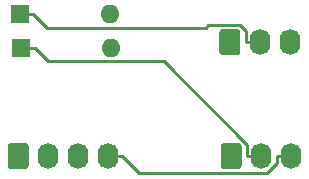
<source format=gbr>
G04 #@! TF.GenerationSoftware,KiCad,Pcbnew,(5.1.5-0-10_14)*
G04 #@! TF.CreationDate,2021-03-15T05:52:22+10:00*
G04 #@! TF.ProjectId,OH - Left Console - 13 Antenna Select Panel,4f48202d-204c-4656-9674-20436f6e736f,rev?*
G04 #@! TF.SameCoordinates,Original*
G04 #@! TF.FileFunction,Copper,L1,Top*
G04 #@! TF.FilePolarity,Positive*
%FSLAX46Y46*%
G04 Gerber Fmt 4.6, Leading zero omitted, Abs format (unit mm)*
G04 Created by KiCad (PCBNEW (5.1.5-0-10_14)) date 2021-03-15 05:52:22*
%MOMM*%
%LPD*%
G04 APERTURE LIST*
%ADD10O,1.740000X2.200000*%
%ADD11C,0.100000*%
%ADD12O,1.600000X1.600000*%
%ADD13R,1.600000X1.600000*%
%ADD14C,0.250000*%
G04 APERTURE END LIST*
D10*
X130683000Y-76708000D03*
X128143000Y-76708000D03*
G04 #@! TA.AperFunction,ComponentPad*
D11*
G36*
X126247505Y-75609204D02*
G01*
X126271773Y-75612804D01*
X126295572Y-75618765D01*
X126318671Y-75627030D01*
X126340850Y-75637520D01*
X126361893Y-75650132D01*
X126381599Y-75664747D01*
X126399777Y-75681223D01*
X126416253Y-75699401D01*
X126430868Y-75719107D01*
X126443480Y-75740150D01*
X126453970Y-75762329D01*
X126462235Y-75785428D01*
X126468196Y-75809227D01*
X126471796Y-75833495D01*
X126473000Y-75857999D01*
X126473000Y-77558001D01*
X126471796Y-77582505D01*
X126468196Y-77606773D01*
X126462235Y-77630572D01*
X126453970Y-77653671D01*
X126443480Y-77675850D01*
X126430868Y-77696893D01*
X126416253Y-77716599D01*
X126399777Y-77734777D01*
X126381599Y-77751253D01*
X126361893Y-77765868D01*
X126340850Y-77778480D01*
X126318671Y-77788970D01*
X126295572Y-77797235D01*
X126271773Y-77803196D01*
X126247505Y-77806796D01*
X126223001Y-77808000D01*
X124982999Y-77808000D01*
X124958495Y-77806796D01*
X124934227Y-77803196D01*
X124910428Y-77797235D01*
X124887329Y-77788970D01*
X124865150Y-77778480D01*
X124844107Y-77765868D01*
X124824401Y-77751253D01*
X124806223Y-77734777D01*
X124789747Y-77716599D01*
X124775132Y-77696893D01*
X124762520Y-77675850D01*
X124752030Y-77653671D01*
X124743765Y-77630572D01*
X124737804Y-77606773D01*
X124734204Y-77582505D01*
X124733000Y-77558001D01*
X124733000Y-75857999D01*
X124734204Y-75833495D01*
X124737804Y-75809227D01*
X124743765Y-75785428D01*
X124752030Y-75762329D01*
X124762520Y-75740150D01*
X124775132Y-75719107D01*
X124789747Y-75699401D01*
X124806223Y-75681223D01*
X124824401Y-75664747D01*
X124844107Y-75650132D01*
X124865150Y-75637520D01*
X124887329Y-75627030D01*
X124910428Y-75618765D01*
X124934227Y-75612804D01*
X124958495Y-75609204D01*
X124982999Y-75608000D01*
X126223001Y-75608000D01*
X126247505Y-75609204D01*
G37*
G04 #@! TD.AperFunction*
D10*
X130810000Y-86360000D03*
X128270000Y-86360000D03*
G04 #@! TA.AperFunction,ComponentPad*
D11*
G36*
X126374505Y-85261204D02*
G01*
X126398773Y-85264804D01*
X126422572Y-85270765D01*
X126445671Y-85279030D01*
X126467850Y-85289520D01*
X126488893Y-85302132D01*
X126508599Y-85316747D01*
X126526777Y-85333223D01*
X126543253Y-85351401D01*
X126557868Y-85371107D01*
X126570480Y-85392150D01*
X126580970Y-85414329D01*
X126589235Y-85437428D01*
X126595196Y-85461227D01*
X126598796Y-85485495D01*
X126600000Y-85509999D01*
X126600000Y-87210001D01*
X126598796Y-87234505D01*
X126595196Y-87258773D01*
X126589235Y-87282572D01*
X126580970Y-87305671D01*
X126570480Y-87327850D01*
X126557868Y-87348893D01*
X126543253Y-87368599D01*
X126526777Y-87386777D01*
X126508599Y-87403253D01*
X126488893Y-87417868D01*
X126467850Y-87430480D01*
X126445671Y-87440970D01*
X126422572Y-87449235D01*
X126398773Y-87455196D01*
X126374505Y-87458796D01*
X126350001Y-87460000D01*
X125109999Y-87460000D01*
X125085495Y-87458796D01*
X125061227Y-87455196D01*
X125037428Y-87449235D01*
X125014329Y-87440970D01*
X124992150Y-87430480D01*
X124971107Y-87417868D01*
X124951401Y-87403253D01*
X124933223Y-87386777D01*
X124916747Y-87368599D01*
X124902132Y-87348893D01*
X124889520Y-87327850D01*
X124879030Y-87305671D01*
X124870765Y-87282572D01*
X124864804Y-87258773D01*
X124861204Y-87234505D01*
X124860000Y-87210001D01*
X124860000Y-85509999D01*
X124861204Y-85485495D01*
X124864804Y-85461227D01*
X124870765Y-85437428D01*
X124879030Y-85414329D01*
X124889520Y-85392150D01*
X124902132Y-85371107D01*
X124916747Y-85351401D01*
X124933223Y-85333223D01*
X124951401Y-85316747D01*
X124971107Y-85302132D01*
X124992150Y-85289520D01*
X125014329Y-85279030D01*
X125037428Y-85270765D01*
X125061227Y-85264804D01*
X125085495Y-85261204D01*
X125109999Y-85260000D01*
X126350001Y-85260000D01*
X126374505Y-85261204D01*
G37*
G04 #@! TD.AperFunction*
D10*
X115316000Y-86360000D03*
X112776000Y-86360000D03*
X110236000Y-86360000D03*
G04 #@! TA.AperFunction,ComponentPad*
D11*
G36*
X108340505Y-85261204D02*
G01*
X108364773Y-85264804D01*
X108388572Y-85270765D01*
X108411671Y-85279030D01*
X108433850Y-85289520D01*
X108454893Y-85302132D01*
X108474599Y-85316747D01*
X108492777Y-85333223D01*
X108509253Y-85351401D01*
X108523868Y-85371107D01*
X108536480Y-85392150D01*
X108546970Y-85414329D01*
X108555235Y-85437428D01*
X108561196Y-85461227D01*
X108564796Y-85485495D01*
X108566000Y-85509999D01*
X108566000Y-87210001D01*
X108564796Y-87234505D01*
X108561196Y-87258773D01*
X108555235Y-87282572D01*
X108546970Y-87305671D01*
X108536480Y-87327850D01*
X108523868Y-87348893D01*
X108509253Y-87368599D01*
X108492777Y-87386777D01*
X108474599Y-87403253D01*
X108454893Y-87417868D01*
X108433850Y-87430480D01*
X108411671Y-87440970D01*
X108388572Y-87449235D01*
X108364773Y-87455196D01*
X108340505Y-87458796D01*
X108316001Y-87460000D01*
X107075999Y-87460000D01*
X107051495Y-87458796D01*
X107027227Y-87455196D01*
X107003428Y-87449235D01*
X106980329Y-87440970D01*
X106958150Y-87430480D01*
X106937107Y-87417868D01*
X106917401Y-87403253D01*
X106899223Y-87386777D01*
X106882747Y-87368599D01*
X106868132Y-87348893D01*
X106855520Y-87327850D01*
X106845030Y-87305671D01*
X106836765Y-87282572D01*
X106830804Y-87258773D01*
X106827204Y-87234505D01*
X106826000Y-87210001D01*
X106826000Y-85509999D01*
X106827204Y-85485495D01*
X106830804Y-85461227D01*
X106836765Y-85437428D01*
X106845030Y-85414329D01*
X106855520Y-85392150D01*
X106868132Y-85371107D01*
X106882747Y-85351401D01*
X106899223Y-85333223D01*
X106917401Y-85316747D01*
X106937107Y-85302132D01*
X106958150Y-85289520D01*
X106980329Y-85279030D01*
X107003428Y-85270765D01*
X107027227Y-85264804D01*
X107051495Y-85261204D01*
X107075999Y-85260000D01*
X108316001Y-85260000D01*
X108340505Y-85261204D01*
G37*
G04 #@! TD.AperFunction*
D12*
X115461000Y-74319000D03*
D13*
X107841000Y-74319000D03*
D12*
X115570000Y-77216000D03*
D13*
X107950000Y-77216000D03*
D14*
X107950000Y-77216000D02*
X109075300Y-77216000D01*
X128270000Y-86360000D02*
X127074700Y-86360000D01*
X127074700Y-86360000D02*
X127074700Y-85388800D01*
X127074700Y-85388800D02*
X120027200Y-78341300D01*
X120027200Y-78341300D02*
X110200600Y-78341300D01*
X110200600Y-78341300D02*
X109075300Y-77216000D01*
X128143000Y-76708000D02*
X126947700Y-76708000D01*
X107841000Y-74319000D02*
X108966300Y-74319000D01*
X108966300Y-74319000D02*
X110131100Y-75483800D01*
X110131100Y-75483800D02*
X123602100Y-75483800D01*
X123602100Y-75483800D02*
X123805100Y-75280800D01*
X123805100Y-75280800D02*
X126491700Y-75280800D01*
X126491700Y-75280800D02*
X126947700Y-75736800D01*
X126947700Y-75736800D02*
X126947700Y-76708000D01*
X130810000Y-86360000D02*
X129614700Y-86360000D01*
X115316000Y-86360000D02*
X116511300Y-86360000D01*
X116511300Y-86360000D02*
X117962100Y-87810800D01*
X117962100Y-87810800D02*
X128761500Y-87810800D01*
X128761500Y-87810800D02*
X129614700Y-86957600D01*
X129614700Y-86957600D02*
X129614700Y-86360000D01*
M02*

</source>
